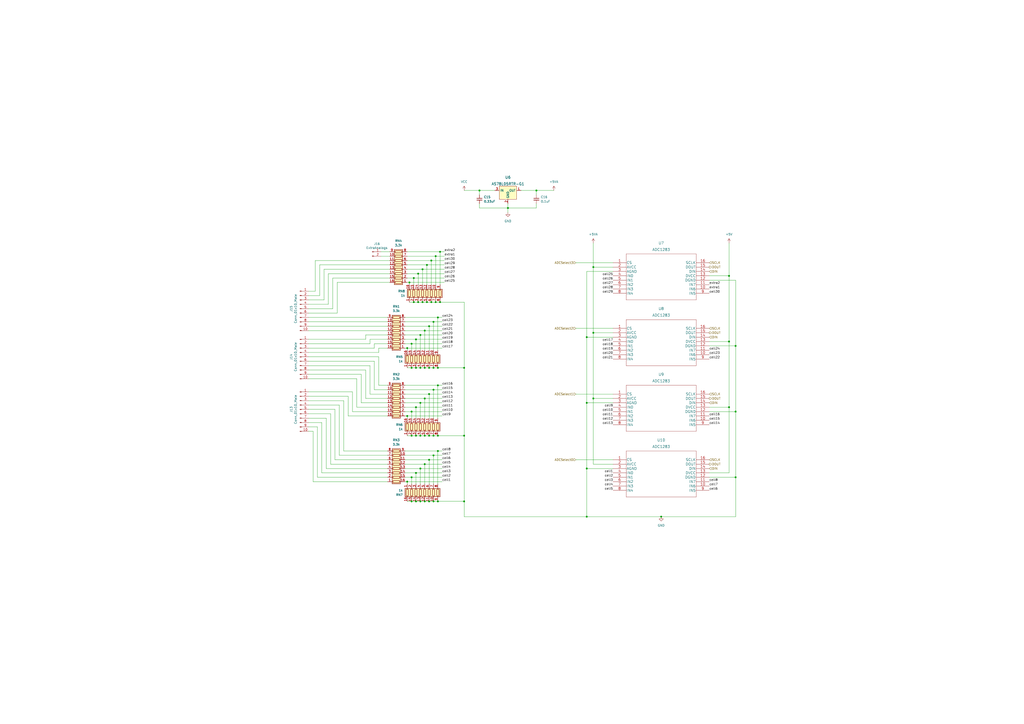
<source format=kicad_sch>
(kicad_sch (version 20211123) (generator eeschema)
  (paper "A2")
  (lib_symbols
    (symbol "Connector:Conn_01x02_Male" (pin_names (offset 1.016) hide)
      (property "Reference" "J" (at 0 2.54 0))
      (property "Value" "Conn_01x02_Male" (at 0 -5.08 0))
      (symbol "Conn_01x02_Male_1_1"
        (polyline (pts (xy 1.27 -2.54) (xy 0.8636 -2.54)) (stroke (width 0.1524)))
        (polyline (pts (xy 1.27 0) (xy 0.8636 0)) (stroke (width 0.1524)))
        (rectangle (start 0.8636 -2.413) (end 0 -2.667) (stroke (width 0.1524)) (fill (type outline)))
        (rectangle (start 0.8636 0.127) (end 0 -0.127) (stroke (width 0.1524)) (fill (type outline)))
        (pin passive line (at 5.08 0 180) (length 3.81) (name "Pin_1") (number "1"))
        (pin passive line (at 5.08 -2.54 180) (length 3.81) (name "Pin_2") (number "2"))
      )
    )
    (symbol "Connector:Conn_01x10_Male" (pin_names (offset 1.016) hide)
      (property "Reference" "J" (at 0 12.7 0))
      (property "Value" "Conn_01x10_Male" (at 0 -15.24 0))
      (symbol "Conn_01x10_Male_1_1"
        (polyline (pts (xy 1.27 -12.7) (xy 0.8636 -12.7)) (stroke (width 0.1524)))
        (polyline (pts (xy 1.27 -10.16) (xy 0.8636 -10.16)) (stroke (width 0.1524)))
        (polyline (pts (xy 1.27 -7.62) (xy 0.8636 -7.62)) (stroke (width 0.1524)))
        (polyline (pts (xy 1.27 -5.08) (xy 0.8636 -5.08)) (stroke (width 0.1524)))
        (polyline (pts (xy 1.27 -2.54) (xy 0.8636 -2.54)) (stroke (width 0.1524)))
        (polyline (pts (xy 1.27 0) (xy 0.8636 0)) (stroke (width 0.1524)))
        (polyline (pts (xy 1.27 2.54) (xy 0.8636 2.54)) (stroke (width 0.1524)))
        (polyline (pts (xy 1.27 5.08) (xy 0.8636 5.08)) (stroke (width 0.1524)))
        (polyline (pts (xy 1.27 7.62) (xy 0.8636 7.62)) (stroke (width 0.1524)))
        (polyline (pts (xy 1.27 10.16) (xy 0.8636 10.16)) (stroke (width 0.1524)))
        (rectangle (start 0.8636 -12.573) (end 0 -12.827) (stroke (width 0.1524)) (fill (type outline)))
        (rectangle (start 0.8636 -10.033) (end 0 -10.287) (stroke (width 0.1524)) (fill (type outline)))
        (rectangle (start 0.8636 -7.493) (end 0 -7.747) (stroke (width 0.1524)) (fill (type outline)))
        (rectangle (start 0.8636 -4.953) (end 0 -5.207) (stroke (width 0.1524)) (fill (type outline)))
        (rectangle (start 0.8636 -2.413) (end 0 -2.667) (stroke (width 0.1524)) (fill (type outline)))
        (rectangle (start 0.8636 0.127) (end 0 -0.127) (stroke (width 0.1524)) (fill (type outline)))
        (rectangle (start 0.8636 2.667) (end 0 2.413) (stroke (width 0.1524)) (fill (type outline)))
        (rectangle (start 0.8636 5.207) (end 0 4.953) (stroke (width 0.1524)) (fill (type outline)))
        (rectangle (start 0.8636 7.747) (end 0 7.493) (stroke (width 0.1524)) (fill (type outline)))
        (rectangle (start 0.8636 10.287) (end 0 10.033) (stroke (width 0.1524)) (fill (type outline)))
        (pin passive line (at 5.08 10.16 180) (length 3.81) (name "Pin_1") (number "1"))
        (pin passive line (at 5.08 -12.7 180) (length 3.81) (name "Pin_10") (number "10"))
        (pin passive line (at 5.08 7.62 180) (length 3.81) (name "Pin_2") (number "2"))
        (pin passive line (at 5.08 5.08 180) (length 3.81) (name "Pin_3") (number "3"))
        (pin passive line (at 5.08 2.54 180) (length 3.81) (name "Pin_4") (number "4"))
        (pin passive line (at 5.08 0 180) (length 3.81) (name "Pin_5") (number "5"))
        (pin passive line (at 5.08 -2.54 180) (length 3.81) (name "Pin_6") (number "6"))
        (pin passive line (at 5.08 -5.08 180) (length 3.81) (name "Pin_7") (number "7"))
        (pin passive line (at 5.08 -7.62 180) (length 3.81) (name "Pin_8") (number "8"))
        (pin passive line (at 5.08 -10.16 180) (length 3.81) (name "Pin_9") (number "9"))
      )
    )
    (symbol "Custom:ADC1283" (pin_names (offset 0.254))
      (property "Reference" "U" (at 27.94 10.16 0))
      (property "Value" "ADC1283" (at 27.94 7.62 0))
      (symbol "ADC1283_1_1"
        (polyline (pts (xy 7.62 -21.59) (xy 48.26 -21.59)) (stroke (width 0.127)))
        (polyline (pts (xy 7.62 5.08) (xy 7.62 -21.59)) (stroke (width 0.127)))
        (polyline (pts (xy 48.26 -21.59) (xy 48.26 5.08)) (stroke (width 0.127)))
        (polyline (pts (xy 48.26 5.08) (xy 7.62 5.08)) (stroke (width 0.127)))
        (pin input line (at 0 0 0) (length 7.62) (name "CS") (number "1"))
        (pin input line (at 55.88 -15.24 180) (length 7.62) (name "IN6") (number "10"))
        (pin input line (at 55.88 -12.7 180) (length 7.62) (name "IN7") (number "11"))
        (pin power_in line (at 55.88 -10.16 180) (length 7.62) (name "DGND") (number "12"))
        (pin power_in line (at 55.88 -7.62 180) (length 7.62) (name "DVCC") (number "13"))
        (pin input line (at 55.88 -5.08 180) (length 7.62) (name "DIN") (number "14"))
        (pin output line (at 55.88 -2.54 180) (length 7.62) (name "DOUT") (number "15"))
        (pin input line (at 55.88 0 180) (length 7.62) (name "SCLK") (number "16"))
        (pin power_in line (at 0 -2.54 0) (length 7.62) (name "AVCC") (number "2"))
        (pin power_in line (at 0 -5.08 0) (length 7.62) (name "AGND") (number "3"))
        (pin input line (at 0 -7.62 0) (length 7.62) (name "IN0") (number "4"))
        (pin input line (at 0 -10.16 0) (length 7.62) (name "IN1") (number "5"))
        (pin input line (at 0 -12.7 0) (length 7.62) (name "IN2") (number "6"))
        (pin input line (at 0 -15.24 0) (length 7.62) (name "IN3") (number "7"))
        (pin input line (at 0 -17.78 0) (length 7.62) (name "IN4") (number "8"))
        (pin input line (at 55.88 -17.78 180) (length 7.62) (name "IN5") (number "9"))
      )
    )
    (symbol "Custom:AS78L05RTR-G1"
      (property "Reference" "U" (at 0 3.81 0))
      (property "Value" "AS78L05RTR-G1" (at 0 6.35 0))
      (symbol "AS78L05RTR-G1_0_1"
        (rectangle (start -5.08 2.54) (end 5.08 -5.08) (fill (type background)))
      )
      (symbol "AS78L05RTR-G1_1_1"
        (pin power_out line (at 7.62 0 180) (length 2.54) (name "OUT") (number "1"))
        (pin power_in line (at 0 -7.62 90) (length 2.54) (name "GND") (number "2"))
        (pin power_in line (at -7.62 0 0) (length 2.54) (name "IN") (number "3"))
      )
    )
    (symbol "Device:C_Small" (pin_numbers hide) (pin_names (offset 0.254) hide)
      (property "Reference" "C" (at 0.254 1.778 0))
      (property "Value" "C_Small" (at 0.254 -2.032 0))
      (symbol "C_Small_0_1"
        (polyline (pts (xy -1.524 -0.508) (xy 1.524 -0.508)) (stroke (width 0.3302)))
        (polyline (pts (xy -1.524 0.508) (xy 1.524 0.508)) (stroke (width 0.3048)))
      )
      (symbol "C_Small_1_1"
        (pin passive line (at 0 2.54 270) (length 2.032) (name "~") (number "1"))
        (pin passive line (at 0 -2.54 90) (length 2.032) (name "~") (number "2"))
      )
    )
    (symbol "Device:R_Pack08" (pin_names (offset 0) hide)
      (property "Reference" "RN" (at -12.7 0 90))
      (property "Value" "R_Pack08" (at 10.16 0 90))
      (symbol "R_Pack08_0_1"
        (rectangle (start -11.43 -2.413) (end 8.89 2.413) (stroke (width 0.254)) (fill (type background)))
        (rectangle (start -10.795 1.905) (end -9.525 -1.905) (stroke (width 0.254)))
        (rectangle (start -8.255 1.905) (end -6.985 -1.905) (stroke (width 0.254)))
        (rectangle (start -5.715 1.905) (end -4.445 -1.905) (stroke (width 0.254)))
        (rectangle (start -3.175 1.905) (end -1.905 -1.905) (stroke (width 0.254)))
        (rectangle (start -0.635 1.905) (end 0.635 -1.905) (stroke (width 0.254)))
        (polyline (pts (xy -10.16 -2.54) (xy -10.16 -1.905)))
        (polyline (pts (xy -10.16 1.905) (xy -10.16 2.54)))
        (polyline (pts (xy -7.62 -2.54) (xy -7.62 -1.905)))
        (polyline (pts (xy -7.62 1.905) (xy -7.62 2.54)))
        (polyline (pts (xy -5.08 -2.54) (xy -5.08 -1.905)))
        (polyline (pts (xy -5.08 1.905) (xy -5.08 2.54)))
        (polyline (pts (xy -2.54 -2.54) (xy -2.54 -1.905)))
        (polyline (pts (xy -2.54 1.905) (xy -2.54 2.54)))
        (polyline (pts (xy 0 -2.54) (xy 0 -1.905)))
        (polyline (pts (xy 0 1.905) (xy 0 2.54)))
        (polyline (pts (xy 2.54 -2.54) (xy 2.54 -1.905)))
        (polyline (pts (xy 2.54 1.905) (xy 2.54 2.54)))
        (polyline (pts (xy 5.08 -2.54) (xy 5.08 -1.905)))
        (polyline (pts (xy 5.08 1.905) (xy 5.08 2.54)))
        (polyline (pts (xy 7.62 -2.54) (xy 7.62 -1.905)))
        (polyline (pts (xy 7.62 1.905) (xy 7.62 2.54)))
        (rectangle (start 1.905 1.905) (end 3.175 -1.905) (stroke (width 0.254)))
        (rectangle (start 4.445 1.905) (end 5.715 -1.905) (stroke (width 0.254)))
        (rectangle (start 6.985 1.905) (end 8.255 -1.905) (stroke (width 0.254)))
      )
      (symbol "R_Pack08_1_1"
        (pin passive line (at -10.16 -5.08 90) (length 2.54) (name "R1.1") (number "1"))
        (pin passive line (at 5.08 5.08 270) (length 2.54) (name "R7.2") (number "10"))
        (pin passive line (at 2.54 5.08 270) (length 2.54) (name "R6.2") (number "11"))
        (pin passive line (at 0 5.08 270) (length 2.54) (name "R5.2") (number "12"))
        (pin passive line (at -2.54 5.08 270) (length 2.54) (name "R4.2") (number "13"))
        (pin passive line (at -5.08 5.08 270) (length 2.54) (name "R3.2") (number "14"))
        (pin passive line (at -7.62 5.08 270) (length 2.54) (name "R2.2") (number "15"))
        (pin passive line (at -10.16 5.08 270) (length 2.54) (name "R1.2") (number "16"))
        (pin passive line (at -7.62 -5.08 90) (length 2.54) (name "R2.1") (number "2"))
        (pin passive line (at -5.08 -5.08 90) (length 2.54) (name "R3.1") (number "3"))
        (pin passive line (at -2.54 -5.08 90) (length 2.54) (name "R4.1") (number "4"))
        (pin passive line (at 0 -5.08 90) (length 2.54) (name "R5.1") (number "5"))
        (pin passive line (at 2.54 -5.08 90) (length 2.54) (name "R6.1") (number "6"))
        (pin passive line (at 5.08 -5.08 90) (length 2.54) (name "R7.1") (number "7"))
        (pin passive line (at 7.62 -5.08 90) (length 2.54) (name "R8.1") (number "8"))
        (pin passive line (at 7.62 5.08 270) (length 2.54) (name "R8.2") (number "9"))
      )
    )
    (symbol "power:+5V" (power) (pin_names (offset 0))
      (property "Value" "+5V" (at 0 3.556 0))
      (symbol "+5V_0_1"
        (polyline (pts (xy -0.762 1.27) (xy 0 2.54)))
        (polyline (pts (xy 0 0) (xy 0 2.54)))
        (polyline (pts (xy 0 2.54) (xy 0.762 1.27)))
      )
      (symbol "+5V_1_1"
        (pin power_in line (at 0 0 90) (length 0) hide (name "+5V") (number "1"))
      )
    )
    (symbol "power:+5VA" (power) (pin_names (offset 0))
      (property "Value" "+5VA" (at 0 3.556 0))
      (symbol "+5VA_0_1"
        (polyline (pts (xy -0.762 1.27) (xy 0 2.54)))
        (polyline (pts (xy 0 0) (xy 0 2.54)))
        (polyline (pts (xy 0 2.54) (xy 0.762 1.27)))
      )
      (symbol "+5VA_1_1"
        (pin power_in line (at 0 0 90) (length 0) hide (name "+5VA") (number "1"))
      )
    )
    (symbol "power:GND" (power) (pin_names (offset 0))
      (property "Value" "GND" (at 0 -3.81 0))
      (symbol "GND_0_1"
        (polyline (pts (xy 0 0) (xy 0 -1.27) (xy 1.27 -1.27) (xy 0 -2.54) (xy -1.27 -1.27) (xy 0 -1.27)))
      )
      (symbol "GND_1_1"
        (pin power_in line (at 0 0 270) (length 0) hide (name "GND") (number "1"))
      )
    )
    (symbol "power:VCC" (power) (pin_names (offset 0))
      (property "Value" "VCC" (at 0 3.81 0))
      (symbol "VCC_0_1"
        (polyline (pts (xy -0.762 1.27) (xy 0 2.54)))
        (polyline (pts (xy 0 0) (xy 0 2.54)))
        (polyline (pts (xy 0 2.54) (xy 0.762 1.27)))
      )
      (symbol "VCC_1_1"
        (pin power_in line (at 0 0 90) (length 0) hide (name "VCC") (number "1"))
      )
    )
  )
  (junction (at 241.3 196.85))
  (junction (at 246.38 191.77))
  (junction (at 344.17 193.04))
  (junction (at 255.27 146.05))
  (junction (at 344.17 231.14))
  (junction (at 245.11 175.26))
  (junction (at 340.36 233.68))
  (junction (at 254 252.73))
  (junction (at 251.46 213.36))
  (junction (at 241.3 252.73))
  (junction (at 242.57 158.75))
  (junction (at 242.57 175.26))
  (junction (at 240.03 161.29))
  (junction (at 241.3 274.32))
  (junction (at 248.92 189.23))
  (junction (at 251.46 186.69))
  (junction (at 240.03 175.26))
  (junction (at 241.3 213.36))
  (junction (at 246.38 213.36))
  (junction (at 243.84 213.36))
  (junction (at 251.46 264.16))
  (junction (at 241.3 290.83))
  (junction (at 251.46 252.73))
  (junction (at 311.15 110.49))
  (junction (at 248.92 266.7))
  (junction (at 340.36 195.58))
  (junction (at 251.46 290.83))
  (junction (at 247.65 175.26))
  (junction (at 254 261.62))
  (junction (at 340.36 271.78))
  (junction (at 426.72 238.76))
  (junction (at 422.91 236.22))
  (junction (at 269.24 290.83))
  (junction (at 252.73 175.26))
  (junction (at 426.72 200.66))
  (junction (at 243.84 271.78))
  (junction (at 248.92 290.83))
  (junction (at 269.24 252.73))
  (junction (at 422.91 198.12))
  (junction (at 340.36 299.72))
  (junction (at 243.84 194.31))
  (junction (at 236.22 201.93))
  (junction (at 236.22 279.4))
  (junction (at 278.13 110.49))
  (junction (at 241.3 236.22))
  (junction (at 246.38 269.24))
  (junction (at 243.84 233.68))
  (junction (at 247.65 153.67))
  (junction (at 383.54 299.72))
  (junction (at 243.84 252.73))
  (junction (at 250.19 151.13))
  (junction (at 245.11 156.21))
  (junction (at 269.24 213.36))
  (junction (at 422.91 160.02))
  (junction (at 252.73 148.59))
  (junction (at 238.76 238.76))
  (junction (at 246.38 231.14))
  (junction (at 294.64 120.65))
  (junction (at 255.27 175.26))
  (junction (at 254 184.15))
  (junction (at 248.92 252.73))
  (junction (at 426.72 276.86))
  (junction (at 238.76 199.39))
  (junction (at 248.92 213.36))
  (junction (at 238.76 213.36))
  (junction (at 238.76 290.83))
  (junction (at 238.76 252.73))
  (junction (at 238.76 276.86))
  (junction (at 243.84 290.83))
  (junction (at 236.22 241.3))
  (junction (at 254 223.52))
  (junction (at 344.17 154.94))
  (junction (at 254 290.83))
  (junction (at 250.19 175.26))
  (junction (at 246.38 252.73))
  (junction (at 237.49 163.83))
  (junction (at 246.38 290.83))
  (junction (at 248.92 228.6))
  (junction (at 251.46 226.06))
  (junction (at 254 213.36))
  (wire (pts (xy 224.79 199.39) (xy 217.17 199.39)))
  (wire (pts (xy 250.19 175.26) (xy 252.73 175.26)))
  (wire (pts (xy 234.95 233.68) (xy 243.84 233.68)))
  (wire (pts (xy 248.92 266.7) (xy 256.54 266.7)))
  (wire (pts (xy 196.85 264.16) (xy 224.79 264.16)))
  (wire (pts (xy 238.76 252.73) (xy 241.3 252.73)))
  (wire (pts (xy 179.07 168.91) (xy 182.88 168.91)))
  (wire (pts (xy 179.07 219.71) (xy 207.01 219.71)))
  (wire (pts (xy 411.48 162.56) (xy 426.72 162.56)))
  (wire (pts (xy 195.58 163.83) (xy 226.06 163.83)))
  (wire (pts (xy 236.22 146.05) (xy 255.27 146.05)))
  (wire (pts (xy 224.79 226.06) (xy 217.17 226.06)))
  (wire (pts (xy 246.38 252.73) (xy 248.92 252.73)))
  (wire (pts (xy 242.57 158.75) (xy 257.81 158.75)))
  (wire (pts (xy 179.07 227.33) (xy 204.47 227.33)))
  (wire (pts (xy 179.07 186.69) (xy 224.79 186.69)))
  (wire (pts (xy 294.64 118.11) (xy 294.64 120.65)))
  (wire (pts (xy 294.64 120.65) (xy 294.64 123.19)))
  (wire (pts (xy 251.46 264.16) (xy 251.46 280.67)))
  (wire (pts (xy 234.95 201.93) (xy 236.22 201.93)))
  (wire (pts (xy 246.38 269.24) (xy 256.54 269.24)))
  (wire (pts (xy 191.77 240.03) (xy 191.77 269.24)))
  (wire (pts (xy 236.22 213.36) (xy 238.76 213.36)))
  (wire (pts (xy 248.92 189.23) (xy 256.54 189.23)))
  (wire (pts (xy 246.38 231.14) (xy 246.38 242.57)))
  (wire (pts (xy 254 261.62) (xy 256.54 261.62)))
  (wire (pts (xy 207.01 219.71) (xy 207.01 236.22)))
  (wire (pts (xy 236.22 148.59) (xy 252.73 148.59)))
  (wire (pts (xy 237.49 175.26) (xy 240.03 175.26)))
  (wire (pts (xy 179.07 245.11) (xy 186.69 245.11)))
  (wire (pts (xy 334.01 152.4) (xy 355.6 152.4)))
  (wire (pts (xy 248.92 213.36) (xy 251.46 213.36)))
  (wire (pts (xy 189.23 242.57) (xy 189.23 271.78)))
  (wire (pts (xy 344.17 154.94) (xy 344.17 140.97)))
  (wire (pts (xy 190.5 158.75) (xy 226.06 158.75)))
  (wire (pts (xy 302.26 110.49) (xy 311.15 110.49)))
  (wire (pts (xy 251.46 226.06) (xy 251.46 242.57)))
  (wire (pts (xy 179.07 181.61) (xy 195.58 181.61)))
  (wire (pts (xy 269.24 252.73) (xy 269.24 213.36)))
  (wire (pts (xy 311.15 110.49) (xy 311.15 113.03)))
  (wire (pts (xy 187.96 156.21) (xy 226.06 156.21)))
  (wire (pts (xy 236.22 279.4) (xy 256.54 279.4)))
  (wire (pts (xy 236.22 163.83) (xy 237.49 163.83)))
  (wire (pts (xy 340.36 195.58) (xy 340.36 233.68)))
  (wire (pts (xy 340.36 157.48) (xy 355.6 157.48)))
  (wire (pts (xy 426.72 200.66) (xy 426.72 238.76)))
  (wire (pts (xy 204.47 227.33) (xy 204.47 238.76)))
  (wire (pts (xy 246.38 231.14) (xy 256.54 231.14)))
  (wire (pts (xy 179.07 229.87) (xy 201.93 229.87)))
  (wire (pts (xy 241.3 290.83) (xy 243.84 290.83)))
  (wire (pts (xy 254 213.36) (xy 269.24 213.36)))
  (wire (pts (xy 254 223.52) (xy 256.54 223.52)))
  (wire (pts (xy 194.31 237.49) (xy 194.31 266.7)))
  (wire (pts (xy 241.3 252.73) (xy 243.84 252.73)))
  (wire (pts (xy 234.95 191.77) (xy 246.38 191.77)))
  (wire (pts (xy 344.17 269.24) (xy 355.6 269.24)))
  (wire (pts (xy 411.48 200.66) (xy 426.72 200.66)))
  (wire (pts (xy 243.84 290.83) (xy 246.38 290.83)))
  (wire (pts (xy 184.15 247.65) (xy 184.15 276.86)))
  (wire (pts (xy 238.76 238.76) (xy 238.76 242.57)))
  (wire (pts (xy 334.01 190.5) (xy 355.6 190.5)))
  (wire (pts (xy 426.72 162.56) (xy 426.72 200.66)))
  (wire (pts (xy 251.46 252.73) (xy 254 252.73)))
  (wire (pts (xy 241.3 236.22) (xy 241.3 242.57)))
  (wire (pts (xy 234.95 264.16) (xy 251.46 264.16)))
  (wire (pts (xy 234.95 186.69) (xy 251.46 186.69)))
  (wire (pts (xy 422.91 160.02) (xy 411.48 160.02)))
  (wire (pts (xy 247.65 153.67) (xy 257.81 153.67)))
  (wire (pts (xy 238.76 199.39) (xy 238.76 203.2)))
  (wire (pts (xy 187.96 173.99) (xy 187.96 156.21)))
  (wire (pts (xy 243.84 271.78) (xy 243.84 280.67)))
  (wire (pts (xy 278.13 110.49) (xy 278.13 113.03)))
  (wire (pts (xy 179.07 176.53) (xy 190.5 176.53)))
  (wire (pts (xy 243.84 252.73) (xy 246.38 252.73)))
  (wire (pts (xy 278.13 118.11) (xy 278.13 120.65)))
  (wire (pts (xy 234.95 266.7) (xy 248.92 266.7)))
  (wire (pts (xy 209.55 233.68) (xy 224.79 233.68)))
  (wire (pts (xy 251.46 290.83) (xy 254 290.83)))
  (wire (pts (xy 254 184.15) (xy 254 203.2)))
  (wire (pts (xy 247.65 175.26) (xy 250.19 175.26)))
  (wire (pts (xy 196.85 234.95) (xy 196.85 264.16)))
  (wire (pts (xy 243.84 233.68) (xy 243.84 242.57)))
  (wire (pts (xy 241.3 196.85) (xy 256.54 196.85)))
  (wire (pts (xy 254 290.83) (xy 269.24 290.83)))
  (wire (pts (xy 251.46 226.06) (xy 256.54 226.06)))
  (wire (pts (xy 238.76 276.86) (xy 238.76 280.67)))
  (wire (pts (xy 426.72 276.86) (xy 426.72 299.72)))
  (wire (pts (xy 340.36 195.58) (xy 340.36 157.48)))
  (wire (pts (xy 236.22 201.93) (xy 256.54 201.93)))
  (wire (pts (xy 236.22 158.75) (xy 242.57 158.75)))
  (wire (pts (xy 182.88 151.13) (xy 226.06 151.13)))
  (wire (pts (xy 344.17 231.14) (xy 355.6 231.14)))
  (wire (pts (xy 247.65 153.67) (xy 247.65 165.1)))
  (wire (pts (xy 252.73 175.26) (xy 255.27 175.26)))
  (wire (pts (xy 422.91 236.22) (xy 422.91 274.32)))
  (wire (pts (xy 250.19 151.13) (xy 250.19 165.1)))
  (wire (pts (xy 254 223.52) (xy 254 242.57)))
  (wire (pts (xy 344.17 154.94) (xy 355.6 154.94)))
  (wire (pts (xy 179.07 171.45) (xy 185.42 171.45)))
  (wire (pts (xy 179.07 191.77) (xy 224.79 191.77)))
  (wire (pts (xy 179.07 179.07) (xy 193.04 179.07)))
  (wire (pts (xy 236.22 241.3) (xy 256.54 241.3)))
  (wire (pts (xy 248.92 228.6) (xy 256.54 228.6)))
  (wire (pts (xy 241.3 274.32) (xy 241.3 280.67)))
  (wire (pts (xy 422.91 198.12) (xy 422.91 236.22)))
  (wire (pts (xy 241.3 213.36) (xy 243.84 213.36)))
  (wire (pts (xy 179.07 250.19) (xy 181.61 250.19)))
  (wire (pts (xy 190.5 176.53) (xy 190.5 158.75)))
  (wire (pts (xy 241.3 274.32) (xy 256.54 274.32)))
  (wire (pts (xy 269.24 175.26) (xy 255.27 175.26)))
  (wire (pts (xy 240.03 161.29) (xy 240.03 165.1)))
  (wire (pts (xy 426.72 299.72) (xy 383.54 299.72)))
  (wire (pts (xy 344.17 193.04) (xy 344.17 154.94)))
  (wire (pts (xy 186.69 274.32) (xy 224.79 274.32)))
  (wire (pts (xy 340.36 233.68) (xy 355.6 233.68)))
  (wire (pts (xy 340.36 271.78) (xy 340.36 299.72)))
  (wire (pts (xy 334.01 266.7) (xy 355.6 266.7)))
  (wire (pts (xy 236.22 279.4) (xy 236.22 280.67)))
  (wire (pts (xy 248.92 266.7) (xy 248.92 280.67)))
  (wire (pts (xy 189.23 271.78) (xy 224.79 271.78)))
  (wire (pts (xy 255.27 146.05) (xy 257.81 146.05)))
  (wire (pts (xy 234.95 189.23) (xy 248.92 189.23)))
  (wire (pts (xy 241.3 196.85) (xy 241.3 203.2)))
  (wire (pts (xy 340.36 299.72) (xy 269.24 299.72)))
  (wire (pts (xy 185.42 171.45) (xy 185.42 153.67)))
  (wire (pts (xy 182.88 168.91) (xy 182.88 151.13)))
  (wire (pts (xy 241.3 236.22) (xy 256.54 236.22)))
  (wire (pts (xy 422.91 140.97) (xy 422.91 160.02)))
  (wire (pts (xy 246.38 290.83) (xy 248.92 290.83)))
  (wire (pts (xy 195.58 181.61) (xy 195.58 163.83)))
  (wire (pts (xy 212.09 214.63) (xy 179.07 214.63)))
  (wire (pts (xy 245.11 156.21) (xy 257.81 156.21)))
  (wire (pts (xy 236.22 290.83) (xy 238.76 290.83)))
  (wire (pts (xy 234.95 276.86) (xy 238.76 276.86)))
  (wire (pts (xy 344.17 269.24) (xy 344.17 231.14)))
  (wire (pts (xy 204.47 238.76) (xy 224.79 238.76)))
  (wire (pts (xy 179.07 240.03) (xy 191.77 240.03)))
  (wire (pts (xy 255.27 146.05) (xy 255.27 165.1)))
  (wire (pts (xy 224.79 228.6) (xy 214.63 228.6)))
  (wire (pts (xy 234.95 196.85) (xy 241.3 196.85)))
  (wire (pts (xy 238.76 213.36) (xy 241.3 213.36)))
  (wire (pts (xy 217.17 209.55) (xy 179.07 209.55)))
  (wire (pts (xy 179.07 234.95) (xy 196.85 234.95)))
  (wire (pts (xy 246.38 213.36) (xy 248.92 213.36)))
  (wire (pts (xy 214.63 212.09) (xy 179.07 212.09)))
  (wire (pts (xy 179.07 189.23) (xy 224.79 189.23)))
  (wire (pts (xy 214.63 199.39) (xy 214.63 196.85)))
  (wire (pts (xy 186.69 245.11) (xy 186.69 274.32)))
  (wire (pts (xy 234.95 199.39) (xy 238.76 199.39)))
  (wire (pts (xy 311.15 120.65) (xy 311.15 118.11)))
  (wire (pts (xy 236.22 201.93) (xy 236.22 203.2)))
  (wire (pts (xy 181.61 279.4) (xy 224.79 279.4)))
  (wire (pts (xy 224.79 223.52) (xy 219.71 223.52)))
  (wire (pts (xy 278.13 120.65) (xy 294.64 120.65)))
  (wire (pts (xy 246.38 191.77) (xy 246.38 203.2)))
  (wire (pts (xy 236.22 252.73) (xy 238.76 252.73)))
  (wire (pts (xy 185.42 153.67) (xy 226.06 153.67)))
  (wire (pts (xy 311.15 110.49) (xy 321.31 110.49)))
  (wire (pts (xy 269.24 213.36) (xy 269.24 175.26)))
  (wire (pts (xy 212.09 231.14) (xy 212.09 214.63)))
  (wire (pts (xy 181.61 250.19) (xy 181.61 279.4)))
  (wire (pts (xy 269.24 299.72) (xy 269.24 290.83)))
  (wire (pts (xy 242.57 175.26) (xy 245.11 175.26)))
  (wire (pts (xy 220.98 148.59) (xy 226.06 148.59)))
  (wire (pts (xy 248.92 189.23) (xy 248.92 203.2)))
  (wire (pts (xy 179.07 199.39) (xy 214.63 199.39)))
  (wire (pts (xy 243.84 194.31) (xy 256.54 194.31)))
  (wire (pts (xy 217.17 199.39) (xy 217.17 201.93)))
  (wire (pts (xy 240.03 161.29) (xy 257.81 161.29)))
  (wire (pts (xy 234.95 279.4) (xy 236.22 279.4)))
  (wire (pts (xy 179.07 184.15) (xy 224.79 184.15)))
  (wire (pts (xy 236.22 151.13) (xy 250.19 151.13)))
  (wire (pts (xy 242.57 158.75) (xy 242.57 165.1)))
  (wire (pts (xy 234.95 269.24) (xy 246.38 269.24)))
  (wire (pts (xy 250.19 151.13) (xy 257.81 151.13)))
  (wire (pts (xy 214.63 228.6) (xy 214.63 212.09)))
  (wire (pts (xy 422.91 160.02) (xy 422.91 198.12)))
  (wire (pts (xy 234.95 231.14) (xy 246.38 231.14)))
  (wire (pts (xy 217.17 226.06) (xy 217.17 209.55)))
  (wire (pts (xy 236.22 153.67) (xy 247.65 153.67)))
  (wire (pts (xy 251.46 186.69) (xy 256.54 186.69)))
  (wire (pts (xy 179.07 237.49) (xy 194.31 237.49)))
  (wire (pts (xy 234.95 236.22) (xy 241.3 236.22)))
  (wire (pts (xy 234.95 241.3) (xy 236.22 241.3)))
  (wire (pts (xy 254 261.62) (xy 254 280.67)))
  (wire (pts (xy 179.07 204.47) (xy 219.71 204.47)))
  (wire (pts (xy 219.71 204.47) (xy 219.71 201.93)))
  (wire (pts (xy 219.71 207.01) (xy 179.07 207.01)))
  (wire (pts (xy 219.71 223.52) (xy 219.71 207.01)))
  (wire (pts (xy 340.36 271.78) (xy 355.6 271.78)))
  (wire (pts (xy 246.38 191.77) (xy 256.54 191.77)))
  (wire (pts (xy 248.92 228.6) (xy 248.92 242.57)))
  (wire (pts (xy 243.84 213.36) (xy 246.38 213.36)))
  (wire (pts (xy 243.84 233.68) (xy 256.54 233.68)))
  (wire (pts (xy 234.95 194.31) (xy 243.84 194.31)))
  (wire (pts (xy 234.95 274.32) (xy 241.3 274.32)))
  (wire (pts (xy 252.73 148.59) (xy 257.81 148.59)))
  (wire (pts (xy 422.91 274.32) (xy 411.48 274.32)))
  (wire (pts (xy 199.39 232.41) (xy 179.07 232.41)))
  (wire (pts (xy 344.17 231.14) (xy 344.17 193.04)))
  (wire (pts (xy 234.95 226.06) (xy 251.46 226.06)))
  (wire (pts (xy 340.36 233.68) (xy 340.36 271.78)))
  (wire (pts (xy 193.04 161.29) (xy 226.06 161.29)))
  (wire (pts (xy 199.39 261.62) (xy 199.39 232.41)))
  (wire (pts (xy 234.95 271.78) (xy 243.84 271.78)))
  (wire (pts (xy 194.31 266.7) (xy 224.79 266.7)))
  (wire (pts (xy 254 184.15) (xy 256.54 184.15)))
  (wire (pts (xy 201.93 229.87) (xy 201.93 241.3)))
  (wire (pts (xy 238.76 199.39) (xy 256.54 199.39)))
  (wire (pts (xy 234.95 238.76) (xy 238.76 238.76)))
  (wire (pts (xy 224.79 231.14) (xy 212.09 231.14)))
  (wire (pts (xy 243.84 271.78) (xy 256.54 271.78)))
  (wire (pts (xy 278.13 110.49) (xy 287.02 110.49)))
  (wire (pts (xy 269.24 290.83) (xy 269.24 252.73)))
  (wire (pts (xy 344.17 193.04) (xy 355.6 193.04)))
  (wire (pts (xy 209.55 217.17) (xy 209.55 233.68)))
  (wire (pts (xy 269.24 110.49) (xy 278.13 110.49)))
  (wire (pts (xy 179.07 173.99) (xy 187.96 173.99)))
  (wire (pts (xy 294.64 120.65) (xy 311.15 120.65)))
  (wire (pts (xy 212.09 194.31) (xy 212.09 196.85)))
  (wire (pts (xy 243.84 194.31) (xy 243.84 203.2)))
  (wire (pts (xy 411.48 276.86) (xy 426.72 276.86)))
  (wire (pts (xy 236.22 156.21) (xy 245.11 156.21)))
  (wire (pts (xy 219.71 201.93) (xy 224.79 201.93)))
  (wire (pts (xy 179.07 217.17) (xy 209.55 217.17)))
  (wire (pts (xy 224.79 261.62) (xy 199.39 261.62)))
  (wire (pts (xy 240.03 175.26) (xy 242.57 175.26)))
  (wire (pts (xy 193.04 179.07) (xy 193.04 161.29)))
  (wire (pts (xy 224.79 194.31) (xy 212.09 194.31)))
  (wire (pts (xy 238.76 238.76) (xy 256.54 238.76)))
  (wire (pts (xy 220.98 146.05) (xy 226.06 146.05)))
  (wire (pts (xy 246.38 269.24) (xy 246.38 280.67)))
  (wire (pts (xy 236.22 241.3) (xy 236.22 242.57)))
  (wire (pts (xy 179.07 247.65) (xy 184.15 247.65)))
  (wire (pts (xy 238.76 290.83) (xy 241.3 290.83)))
  (wire (pts (xy 411.48 198.12) (xy 422.91 198.12)))
  (wire (pts (xy 355.6 195.58) (xy 340.36 195.58)))
  (wire (pts (xy 340.36 299.72) (xy 383.54 299.72)))
  (wire (pts (xy 238.76 276.86) (xy 256.54 276.86)))
  (wire (pts (xy 237.49 163.83) (xy 237.49 165.1)))
  (wire (pts (xy 179.07 196.85) (xy 212.09 196.85)))
  (wire (pts (xy 252.73 148.59) (xy 252.73 165.1)))
  (wire (pts (xy 179.07 242.57) (xy 189.23 242.57)))
  (wire (pts (xy 214.63 196.85) (xy 224.79 196.85)))
  (wire (pts (xy 251.46 264.16) (xy 256.54 264.16)))
  (wire (pts (xy 234.95 261.62) (xy 254 261.62)))
  (wire (pts (xy 426.72 238.76) (xy 426.72 276.86)))
  (wire (pts (xy 237.49 163.83) (xy 257.81 163.83)))
  (wire (pts (xy 245.11 156.21) (xy 245.11 165.1)))
  (wire (pts (xy 234.95 223.52) (xy 254 223.52)))
  (wire (pts (xy 234.95 228.6) (xy 248.92 228.6)))
  (wire (pts (xy 236.22 161.29) (xy 240.03 161.29)))
  (wire (pts (xy 217.17 201.93) (xy 179.07 201.93)))
  (wire (pts (xy 207.01 236.22) (xy 224.79 236.22)))
  (wire (pts (xy 191.77 269.24) (xy 224.79 269.24)))
  (wire (pts (xy 201.93 241.3) (xy 224.79 241.3)))
  (wire (pts (xy 245.11 175.26) (xy 247.65 175.26)))
  (wire (pts (xy 254 252.73) (xy 269.24 252.73)))
  (wire (pts (xy 251.46 213.36) (xy 254 213.36)))
  (wire (pts (xy 334.01 228.6) (xy 355.6 228.6)))
  (wire (pts (xy 234.95 184.15) (xy 254 184.15)))
  (wire (pts (xy 251.46 186.69) (xy 251.46 203.2)))
  (wire (pts (xy 184.15 276.86) (xy 224.79 276.86)))
  (wire (pts (xy 248.92 290.83) (xy 251.46 290.83)))
  (wire (pts (xy 411.48 236.22) (xy 422.91 236.22)))
  (wire (pts (xy 248.92 252.73) (xy 251.46 252.73)))
  (wire (pts (xy 411.48 238.76) (xy 426.72 238.76)))
  (label "cell16" (at 256.54 223.52 0))
  (label "cell3" (at 256.54 274.32 0))
  (label "cell9" (at 355.6 236.22 180))
  (label "cell21" (at 355.6 208.28 180))
  (label "cell9" (at 256.54 241.3 0))
  (label "cell23" (at 256.54 186.69 0))
  (label "extra1" (at 411.48 167.64 0))
  (label "cell28" (at 257.81 156.21 0))
  (label "cell20" (at 256.54 194.31 0))
  (label "cell27" (at 355.6 165.1 180))
  (label "cell7" (at 411.48 281.94 0))
  (label "cell30" (at 257.81 151.13 0))
  (label "cell26" (at 257.81 161.29 0))
  (label "cell27" (at 257.81 158.75 0))
  (label "cell3" (at 355.6 279.4 180))
  (label "cell13" (at 355.6 246.38 180))
  (label "cell22" (at 256.54 189.23 0))
  (label "cell28" (at 355.6 167.64 180))
  (label "cell29" (at 355.6 170.18 180))
  (label "cell6" (at 256.54 266.7 0))
  (label "cell23" (at 411.48 205.74 0))
  (label "cell24" (at 411.48 203.2 0))
  (label "cell25" (at 355.6 160.02 180))
  (label "cell14" (at 411.48 246.38 0))
  (label "cell15" (at 411.48 243.84 0))
  (label "cell1" (at 355.6 274.32 180))
  (label "cell4" (at 355.6 281.94 180))
  (label "cell7" (at 256.54 264.16 0))
  (label "cell10" (at 256.54 238.76 0))
  (label "cell25" (at 257.81 163.83 0))
  (label "cell17" (at 355.6 198.12 180))
  (label "cell20" (at 355.6 205.74 180))
  (label "cell2" (at 256.54 276.86 0))
  (label "cell5" (at 355.6 284.48 180))
  (label "cell26" (at 355.6 162.56 180))
  (label "cell6" (at 411.48 284.48 0))
  (label "cell19" (at 355.6 203.2 180))
  (label "extra2" (at 411.48 165.1 0))
  (label "cell16" (at 411.48 241.3 0))
  (label "cell10" (at 355.6 238.76 180))
  (label "cell24" (at 256.54 184.15 0))
  (label "cell4" (at 256.54 271.78 0))
  (label "cell1" (at 256.54 279.4 0))
  (label "cell8" (at 411.48 279.4 0))
  (label "cell11" (at 355.6 241.3 180))
  (label "cell17" (at 256.54 201.93 0))
  (label "extra2" (at 257.81 146.05 0))
  (label "cell11" (at 256.54 236.22 0))
  (label "cell22" (at 411.48 208.28 0))
  (label "cell2" (at 355.6 276.86 180))
  (label "cell15" (at 256.54 226.06 0))
  (label "cell21" (at 256.54 191.77 0))
  (label "cell29" (at 257.81 153.67 0))
  (label "cell14" (at 256.54 228.6 0))
  (label "cell19" (at 256.54 196.85 0))
  (label "cell18" (at 355.6 200.66 180))
  (label "cell13" (at 256.54 231.14 0))
  (label "cell30" (at 411.48 170.18 0))
  (label "cell12" (at 256.54 233.68 0))
  (label "cell5" (at 256.54 269.24 0))
  (label "cell12" (at 355.6 243.84 180))
  (label "cell8" (at 256.54 261.62 0))
  (label "extra1" (at 257.81 148.59 0))
  (label "cell18" (at 256.54 199.39 0))
  (hierarchical_label "ADCSelect1" (shape input) (at 334.01 228.6 180))
  (hierarchical_label "SCLK" (shape input) (at 411.48 266.7 0))
  (hierarchical_label "DIN" (shape input) (at 411.48 233.68 0))
  (hierarchical_label "SCLK" (shape input) (at 411.48 190.5 0))
  (hierarchical_label "DOUT" (shape output) (at 411.48 154.94 0))
  (hierarchical_label "DIN" (shape input) (at 411.48 271.78 0))
  (hierarchical_label "ADCSelect2" (shape input) (at 334.01 190.5 180))
  (hierarchical_label "DOUT" (shape output) (at 411.48 269.24 0))
  (hierarchical_label "DOUT" (shape output) (at 411.48 231.14 0))
  (hierarchical_label "SCLK" (shape input) (at 411.48 228.6 0))
  (hierarchical_label "DIN" (shape input) (at 411.48 157.48 0))
  (hierarchical_label "SCLK" (shape input) (at 411.48 152.4 0))
  (hierarchical_label "ADCSelect3" (shape input) (at 334.01 152.4 180))
  (hierarchical_label "ADCSelect0" (shape input) (at 334.01 266.7 180))
  (hierarchical_label "DIN" (shape input) (at 411.48 195.58 0))
  (hierarchical_label "DOUT" (shape output) (at 411.48 193.04 0))
  (symbol (lib_id "Custom:ADC1283") (at 355.6 190.5 0) (unit 1)
    (property "Reference" "U8" (at 383.54 179.07 0) (effects (font (size 1.524 1.524))))
    (property "Value" "ADC1283" (at 383.54 182.88 0) (effects (font (size 1.524 1.524))))
    (property "Footprint" "Package_SO:TSSOP-16_4.4x5mm_P0.65mm" (effects hide))
  )
  (symbol (lib_id "Custom:ADC1283") (at 355.6 228.6 0) (unit 1)
    (property "Reference" "U9" (at 383.54 217.17 0) (effects (font (size 1.524 1.524))))
    (property "Value" "ADC1283" (at 383.54 220.98 0) (effects (font (size 1.524 1.524))))
    (property "Footprint" "Package_SO:TSSOP-16_4.4x5mm_P0.65mm" (effects hide))
  )
  (symbol (lib_id "Device:R_Pack08") (at 246.38 285.75 0) (mirror x) (unit 1)
    (property "Reference" "RN7" (at 233.68 287.0201 0) (effects (justify right)))
    (property "Value" "1k" (at 233.68 284.4801 0) (effects (justify right)))
    (property "Footprint" "Package_SO:SOIC-16_4.55x10.3mm_P1.27mm" (effects hide))
    (property "Datasheet" "https://www.bourns.com/docs/Product-Datasheets/4800P.pdf" (effects hide))
    (property "DigikeyURL" "https://www.digikey.ca/en/products/detail/bourns-inc/4816P-1-102LF/1958035" (effects hide))
  )
  (symbol (lib_id "Device:R_Pack08") (at 229.87 231.14 90) (unit 1)
    (property "Reference" "RN2" (at 229.87 217.17 90))
    (property "Value" "3.3k" (at 229.87 219.71 90))
    (property "Footprint" "Package_SO:SOIC-16_4.55x10.3mm_P1.27mm" (effects hide))
    (property "Datasheet" "https://www.bourns.com/docs/Product-Datasheets/4800P.pdf" (effects hide))
    (property "DigikeyURL" "https://www.digikey.ca/en/products/detail/bourns-inc/4816P-1-332LF/1958059" (effects hide))
  )
  (symbol (lib_id "power:+5V") (at 422.91 140.97 0) (unit 1)
    (property "Reference" "#PWR0132" (effects hide))
    (property "Value" "+5V" (at 422.91 135.89 0))
  )
  (symbol (lib_id "Device:C_Small") (at 311.15 115.57 0) (mirror y) (unit 1)
    (property "Reference" "C16" (at 313.69 114.3062 0) (effects (justify right)))
    (property "Value" "0.1uF" (at 313.69 116.8462 0) (effects (justify right)))
    (property "Footprint" "Capacitor_SMD:C_0805_2012Metric_Pad1.18x1.45mm_HandSolder" (effects hide))
  )
  (symbol (lib_id "Custom:AS78L05RTR-G1") (at 294.64 110.49 0) (unit 1)
    (property "Reference" "U6" (at 294.64 102.87 0) (effects (font (size 1.524 1.524))))
    (property "Value" "AS78L05RTR-G1" (at 294.64 106.68 0) (effects (font (size 1.524 1.524))))
    (property "Footprint" "Package_TO_SOT_SMD:SOT-89-3_Handsoldering" (effects hide))
    (property "Datasheet" "https://media.digikey.com/pdf/Data%20Sheets/Diodes%20PDFs/AS78Lxx_Aug2013_DS.pdf" (effects hide))
    (property "Digi-Key_PN" "AS78L05RTR-G1DITR-ND" (effects hide))
    (property "MPN" "AS78L05RTR-G1" (effects hide))
    (property "Category" "Integrated Circuits (ICs)" (effects hide))
    (property "Family" "PMIC - Voltage Regulators - Linear" (effects hide))
    (property "DK_Datasheet_Link" "https://media.digikey.com/pdf/Data%20Sheets/Diodes%20PDFs/AS78Lxx_Aug2013_DS.pdf" (effects hide))
    (property "DK_Detail_Page" "https://www.digikey.ca/en/products/detail/diodes-incorporated/AS78L05RTR-G1/4470944" (effects hide))
    (property "Description" "IC REG LINEAR 5V 100MA SOT89-3" (effects hide))
    (property "Manufacturer" "Diodes Incorporated" (effects hide))
    (property "Status" "Active" (effects hide))
  )
  (symbol (lib_id "Connector:Conn_01x10_Male") (at 173.99 237.49 0) (unit 1)
    (property "Reference" "J13" (at 168.91 237.49 90))
    (property "Value" "Conn_01x10_Male" (at 171.45 237.49 90))
    (property "Footprint" "Connector_Phoenix_MC:PhoenixContact_MCV_1,5_10-G-3.5_1x10_P3.50mm_Vertical" (effects hide))
    (property "Datasheet" "https://www.digikey.ca/en/products/detail/phoenix-contact/1843680/2528306" (effects hide))
    (property "DigikeyPN" "277-5774-ND" (effects hide))
  )
  (symbol (lib_id "Connector:Conn_01x10_Male") (at 173.99 179.07 0) (unit 1)
    (property "Reference" "J15" (at 168.91 179.07 90))
    (property "Value" "Conn_01x10_Male" (at 171.45 179.07 90))
    (property "Footprint" "Connector_Phoenix_MC:PhoenixContact_MCV_1,5_10-G-3.5_1x10_P3.50mm_Vertical" (effects hide))
    (property "Datasheet" "https://www.digikey.ca/en/products/detail/phoenix-contact/1843680/2528306" (effects hide))
    (property "DigikeyPN" "277-5774-ND" (effects hide))
  )
  (symbol (lib_id "Custom:ADC1283") (at 355.6 152.4 0) (unit 1)
    (property "Reference" "U7" (at 383.54 140.97 0) (effects (font (size 1.524 1.524))))
    (property "Value" "ADC1283" (at 383.54 144.78 0) (effects (font (size 1.524 1.524))))
    (property "Footprint" "Package_SO:TSSOP-16_4.4x5mm_P0.65mm" (effects hide))
  )
  (symbol (lib_id "power:+5VA") (at 321.31 110.49 0) (unit 1)
    (property "Reference" "#PWR0128" (effects hide))
    (property "Value" "+5VA" (at 321.31 105.41 0))
  )
  (symbol (lib_id "Device:R_Pack08") (at 229.87 191.77 90) (unit 1)
    (property "Reference" "RN1" (at 229.87 177.8 90))
    (property "Value" "3.3k" (at 229.87 180.34 90))
    (property "Footprint" "Package_SO:SOIC-16_4.55x10.3mm_P1.27mm" (effects hide))
    (property "Datasheet" "https://www.bourns.com/docs/Product-Datasheets/4800P.pdf" (effects hide))
    (property "DigikeyURL" "https://www.digikey.ca/en/products/detail/bourns-inc/4816P-1-332LF/1958059" (effects hide))
  )
  (symbol (lib_id "Connector:Conn_01x10_Male") (at 173.99 207.01 0) (unit 1)
    (property "Reference" "J14" (at 168.91 207.01 90))
    (property "Value" "Conn_01x10_Male" (at 171.45 207.01 90))
    (property "Footprint" "Connector_Phoenix_MC:PhoenixContact_MCV_1,5_10-G-3.5_1x10_P3.50mm_Vertical" (effects hide))
    (property "Datasheet" "https://www.digikey.ca/en/products/detail/phoenix-contact/1843680/2528306" (effects hide))
    (property "DigikeyPN" "277-5774-ND" (effects hide))
  )
  (symbol (lib_id "Custom:ADC1283") (at 355.6 266.7 0) (unit 1)
    (property "Reference" "U10" (at 383.54 255.27 0) (effects (font (size 1.524 1.524))))
    (property "Value" "ADC1283" (at 383.54 259.08 0) (effects (font (size 1.524 1.524))))
    (property "Footprint" "Package_SO:TSSOP-16_4.4x5mm_P0.65mm" (effects hide))
  )
  (symbol (lib_id "power:GND") (at 383.54 299.72 0) (unit 1)
    (property "Reference" "#PWR0127" (effects hide))
    (property "Value" "GND" (at 383.54 304.8 0))
  )
  (symbol (lib_id "power:VCC") (at 269.24 110.49 0) (unit 1)
    (property "Reference" "#PWR0129" (effects hide))
    (property "Value" "VCC" (at 269.24 105.41 0))
  )
  (symbol (lib_id "Device:R_Pack08") (at 231.14 153.67 90) (unit 1)
    (property "Reference" "RN4" (at 231.14 139.7 90))
    (property "Value" "3.3k" (at 231.14 142.24 90))
    (property "Footprint" "Package_SO:SOIC-16_4.55x10.3mm_P1.27mm" (effects hide))
    (property "Datasheet" "https://www.bourns.com/docs/Product-Datasheets/4800P.pdf" (effects hide))
    (property "DigikeyURL" "https://www.digikey.ca/en/products/detail/bourns-inc/4816P-1-332LF/1958059" (effects hide))
  )
  (symbol (lib_id "power:GND") (at 294.64 123.19 0) (unit 1)
    (property "Reference" "#PWR0130" (effects hide))
    (property "Value" "GND" (at 294.64 128.27 0))
  )
  (symbol (lib_id "Device:C_Small") (at 278.13 115.57 0) (unit 1)
    (property "Reference" "C15" (at 280.67 114.3062 0) (effects (justify left)))
    (property "Value" "0.33uF" (at 280.67 116.8462 0) (effects (justify left)))
    (property "Footprint" "Capacitor_SMD:C_0805_2012Metric_Pad1.18x1.45mm_HandSolder" (effects hide))
  )
  (symbol (lib_id "Device:R_Pack08") (at 229.87 269.24 270) (mirror x) (unit 1)
    (property "Reference" "RN3" (at 229.87 255.27 90))
    (property "Value" "3.3k" (at 229.87 257.81 90))
    (property "Footprint" "Package_SO:SOIC-16_4.55x10.3mm_P1.27mm" (effects hide))
    (property "Datasheet" "https://www.bourns.com/docs/Product-Datasheets/4800P.pdf" (effects hide))
    (property "DigikeyURL" "https://www.digikey.ca/en/products/detail/bourns-inc/4816P-1-332LF/1958059" (effects hide))
  )
  (symbol (lib_id "power:+5VA") (at 344.17 140.97 0) (unit 1)
    (property "Reference" "#PWR0131" (effects hide))
    (property "Value" "+5VA" (at 344.17 135.89 0))
  )
  (symbol (lib_id "Device:R_Pack08") (at 246.38 247.65 0) (unit 1)
    (property "Reference" "RN6" (at 233.68 246.3799 0) (effects (justify right)))
    (property "Value" "1k" (at 233.68 248.9199 0) (effects (justify right)))
    (property "Footprint" "Package_SO:SOIC-16_4.55x10.3mm_P1.27mm" (effects hide))
    (property "Datasheet" "https://www.bourns.com/docs/Product-Datasheets/4800P.pdf" (effects hide))
    (property "DigikeyURL" "https://www.digikey.ca/en/products/detail/bourns-inc/4816P-1-102LF/1958035" (effects hide))
  )
  (symbol (lib_id "Device:R_Pack08") (at 246.38 208.28 0) (unit 1)
    (property "Reference" "RN5" (at 233.68 207.0099 0) (effects (justify right)))
    (property "Value" "1k" (at 233.68 209.5499 0) (effects (justify right)))
    (property "Footprint" "Package_SO:SOIC-16_4.55x10.3mm_P1.27mm" (effects hide))
    (property "Datasheet" "https://www.bourns.com/docs/Product-Datasheets/4800P.pdf" (effects hide))
    (property "DigikeyURL" "https://www.digikey.ca/en/products/detail/bourns-inc/4816P-1-102LF/1958035" (effects hide))
  )
  (symbol (lib_id "Connector:Conn_01x02_Male") (at 215.9 146.05 0) (unit 1)
    (property "Reference" "J16" (at 218.6432 141.4526 0))
    (property "Value" "ExtraAnalogs" (at 218.6432 143.764 0))
    (property "Footprint" "Connector_PinHeader_2.54mm:PinHeader_1x02_P2.54mm_Vertical" (effects hide))
  )
  (symbol (lib_id "Device:R_Pack08") (at 247.65 170.18 0) (unit 1)
    (property "Reference" "RN8" (at 234.95 168.9099 0) (effects (justify right)))
    (property "Value" "1k" (at 234.95 171.4499 0) (effects (justify right)))
    (property "Footprint" "Package_SO:SOIC-16_4.55x10.3mm_P1.27mm" (effects hide))
    (property "Datasheet" "https://www.bourns.com/docs/Product-Datasheets/4800P.pdf" (effects hide))
    (property "DigikeyURL" "https://www.digikey.ca/en/products/detail/bourns-inc/4816P-1-102LF/1958035" (effects hide))
  )
)
</source>
